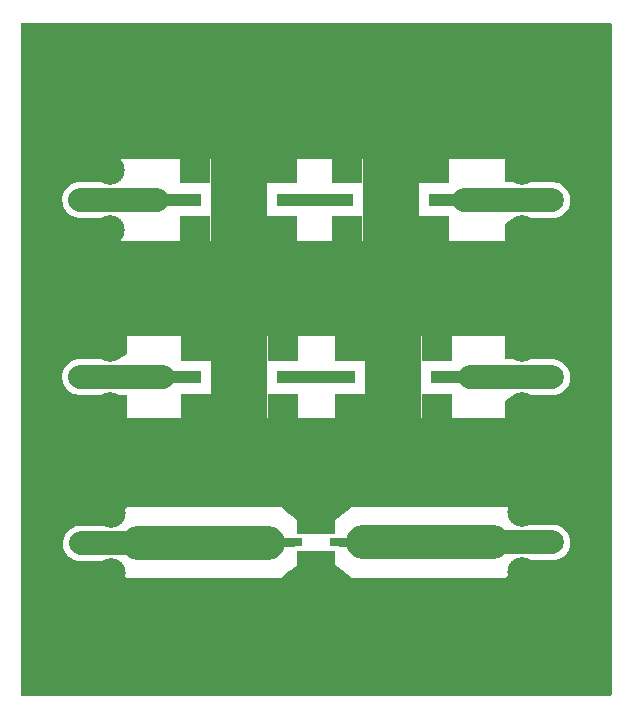
<source format=gtl>
G04 #@! TF.GenerationSoftware,KiCad,Pcbnew,7.0.1*
G04 #@! TF.CreationDate,2023-04-16T22:07:55+02:00*
G04 #@! TF.ProjectId,aliasing,616c6961-7369-46e6-972e-6b696361645f,rev?*
G04 #@! TF.SameCoordinates,Original*
G04 #@! TF.FileFunction,Copper,L1,Top*
G04 #@! TF.FilePolarity,Positive*
%FSLAX46Y46*%
G04 Gerber Fmt 4.6, Leading zero omitted, Abs format (unit mm)*
G04 Created by KiCad (PCBNEW 7.0.1) date 2023-04-16 22:07:55*
%MOMM*%
%LPD*%
G01*
G04 APERTURE LIST*
G04 #@! TA.AperFunction,SMDPad,CuDef*
%ADD10R,1.600000X0.800000*%
G04 #@! TD*
G04 #@! TA.AperFunction,ComponentPad*
%ADD11C,0.610000*%
G04 #@! TD*
G04 #@! TA.AperFunction,SMDPad,CuDef*
%ADD12R,3.250000X1.500000*%
G04 #@! TD*
G04 #@! TA.AperFunction,ComponentPad*
%ADD13C,1.998980*%
G04 #@! TD*
G04 #@! TA.AperFunction,ComponentPad*
%ADD14C,2.499360*%
G04 #@! TD*
G04 #@! TA.AperFunction,ComponentPad*
%ADD15C,1.016000*%
G04 #@! TD*
G04 #@! TA.AperFunction,SMDPad,CuDef*
%ADD16R,1.778000X1.016000*%
G04 #@! TD*
G04 #@! TA.AperFunction,SMDPad,CuDef*
%ADD17R,2.540000X3.556000*%
G04 #@! TD*
G04 #@! TA.AperFunction,SMDPad,CuDef*
%ADD18R,4.826000X9.906000*%
G04 #@! TD*
G04 #@! TA.AperFunction,SMDPad,CuDef*
%ADD19R,1.016000X1.778000*%
G04 #@! TD*
G04 #@! TA.AperFunction,ComponentPad*
%ADD20C,5.700000*%
G04 #@! TD*
G04 #@! TA.AperFunction,ViaPad*
%ADD21C,0.800000*%
G04 #@! TD*
G04 #@! TA.AperFunction,Conductor*
%ADD22C,1.000000*%
G04 #@! TD*
G04 #@! TA.AperFunction,Conductor*
%ADD23C,2.000000*%
G04 #@! TD*
G04 #@! TA.AperFunction,Conductor*
%ADD24C,2.900000*%
G04 #@! TD*
G04 #@! TA.AperFunction,Conductor*
%ADD25C,0.800000*%
G04 #@! TD*
G04 APERTURE END LIST*
D10*
X158050000Y-79000000D03*
D11*
X158800000Y-77250000D03*
X159000000Y-80500000D03*
D12*
X160000000Y-80500000D03*
D11*
X161000000Y-77300000D03*
X161100000Y-80500000D03*
D10*
X161950000Y-79000000D03*
D12*
X160000000Y-77500000D03*
D13*
X180000000Y-50000000D03*
D14*
X177460000Y-47460000D03*
X177460000Y-52540000D03*
X182540000Y-47460000D03*
X182540000Y-52540000D03*
D15*
X162055000Y-60555000D03*
X162055000Y-69445000D03*
D16*
X162436000Y-63095000D03*
D17*
X162817000Y-61825000D03*
X162817000Y-68175000D03*
D15*
X165230000Y-63730000D03*
X165230000Y-66270000D03*
D18*
X166500000Y-65000000D03*
D15*
X167770000Y-63730000D03*
X167770000Y-66270000D03*
D17*
X170183000Y-61825000D03*
X170183000Y-68175000D03*
D15*
X170945000Y-60555000D03*
X170945000Y-69445000D03*
D16*
X162436000Y-65000000D03*
X162436000Y-66905000D03*
D19*
X166500000Y-69064000D03*
D16*
X170564000Y-66905000D03*
X170564000Y-65000000D03*
X170564000Y-63095000D03*
D19*
X166500000Y-60936000D03*
D13*
X140000000Y-50000000D03*
D14*
X142540000Y-52540000D03*
X142540000Y-47460000D03*
X137460000Y-52540000D03*
X137460000Y-47460000D03*
D20*
X181500000Y-39000000D03*
D13*
X140000000Y-65000000D03*
D14*
X142540000Y-67540000D03*
X142540000Y-62460000D03*
X137460000Y-67540000D03*
X137460000Y-62460000D03*
D15*
X148991000Y-45555000D03*
X148991000Y-54445000D03*
D16*
X149372000Y-48095000D03*
D17*
X149753000Y-46825000D03*
X149753000Y-53175000D03*
D15*
X152166000Y-48730000D03*
X152166000Y-51270000D03*
D18*
X153436000Y-50000000D03*
D15*
X154706000Y-48730000D03*
X154706000Y-51270000D03*
D17*
X157119000Y-46825000D03*
X157119000Y-53175000D03*
D15*
X157881000Y-45555000D03*
X157881000Y-54445000D03*
D16*
X149372000Y-50000000D03*
X149372000Y-51905000D03*
D19*
X153436000Y-54064000D03*
D16*
X157500000Y-51905000D03*
X157500000Y-50000000D03*
X157500000Y-48095000D03*
D19*
X153436000Y-45936000D03*
D20*
X181500000Y-88000000D03*
D15*
X149055000Y-60555000D03*
X149055000Y-69445000D03*
D16*
X149436000Y-63095000D03*
D17*
X149817000Y-61825000D03*
X149817000Y-68175000D03*
D15*
X152230000Y-63730000D03*
X152230000Y-66270000D03*
D18*
X153500000Y-65000000D03*
D15*
X154770000Y-63730000D03*
X154770000Y-66270000D03*
D17*
X157183000Y-61825000D03*
X157183000Y-68175000D03*
D15*
X157945000Y-60555000D03*
X157945000Y-69445000D03*
D16*
X149436000Y-65000000D03*
X149436000Y-66905000D03*
D19*
X153500000Y-69064000D03*
D16*
X157564000Y-66905000D03*
X157564000Y-65000000D03*
X157564000Y-63095000D03*
D19*
X153500000Y-60936000D03*
D20*
X138500000Y-88000000D03*
D15*
X161872000Y-45555000D03*
X161872000Y-54445000D03*
D16*
X162253000Y-48095000D03*
D17*
X162634000Y-46825000D03*
X162634000Y-53175000D03*
D15*
X165047000Y-48730000D03*
X165047000Y-51270000D03*
D18*
X166317000Y-50000000D03*
D15*
X167587000Y-48730000D03*
X167587000Y-51270000D03*
D17*
X170000000Y-46825000D03*
X170000000Y-53175000D03*
D15*
X170762000Y-45555000D03*
X170762000Y-54445000D03*
D16*
X162253000Y-50000000D03*
X162253000Y-51905000D03*
D19*
X166317000Y-54064000D03*
D16*
X170381000Y-51905000D03*
X170381000Y-50000000D03*
X170381000Y-48095000D03*
D19*
X166317000Y-45936000D03*
D13*
X140071044Y-79080000D03*
D14*
X142611044Y-81620000D03*
X142611044Y-76540000D03*
X137531044Y-81620000D03*
X137531044Y-76540000D03*
D20*
X138500000Y-39000000D03*
D13*
X180000000Y-65000000D03*
D14*
X177460000Y-62460000D03*
X177460000Y-67540000D03*
X182540000Y-62460000D03*
X182540000Y-67540000D03*
D13*
X180000000Y-79000000D03*
D14*
X177460000Y-76460000D03*
X177460000Y-81540000D03*
X182540000Y-76460000D03*
X182540000Y-81540000D03*
D21*
X142000000Y-60500000D03*
X182500000Y-69500000D03*
X160000000Y-81500000D03*
X166000000Y-44000000D03*
X170500000Y-57500000D03*
X176500000Y-45000000D03*
X158500000Y-73000000D03*
X157000000Y-73000000D03*
X179500000Y-60500000D03*
X151500000Y-82500000D03*
X164500000Y-44000000D03*
X156500000Y-75500000D03*
X179500000Y-45000000D03*
X160500000Y-82500000D03*
X149000000Y-75500000D03*
X148000000Y-57500000D03*
X142000000Y-84000000D03*
X151000000Y-57500000D03*
X158500000Y-44000000D03*
X147500000Y-75500000D03*
X149500000Y-73000000D03*
X169000000Y-57500000D03*
X136000000Y-84000000D03*
X153500000Y-75500000D03*
X179500000Y-69500000D03*
X137500000Y-45000000D03*
X154000000Y-73000000D03*
X166000000Y-57500000D03*
X136000000Y-69500000D03*
X184000000Y-60500000D03*
X136000000Y-45000000D03*
X175500000Y-82500000D03*
X168000000Y-82500000D03*
X153000000Y-82500000D03*
X172000000Y-44000000D03*
X155500000Y-44000000D03*
X162000000Y-82500000D03*
X146500000Y-55000000D03*
X149500000Y-44000000D03*
X173000000Y-71500000D03*
X146000000Y-75500000D03*
X152500000Y-57500000D03*
X144500000Y-75500000D03*
X154000000Y-44000000D03*
X151000000Y-44000000D03*
X137500000Y-84000000D03*
X167500000Y-44000000D03*
X161500000Y-73000000D03*
X178000000Y-54500000D03*
X148000000Y-44000000D03*
X137500000Y-60500000D03*
X139000000Y-60500000D03*
X169500000Y-75500000D03*
X182500000Y-54500000D03*
X151000000Y-73000000D03*
X174000000Y-75500000D03*
X164500000Y-57500000D03*
X139000000Y-45000000D03*
X158300000Y-76400000D03*
X155500000Y-57500000D03*
X158500000Y-75500000D03*
X182500000Y-84000000D03*
X158500000Y-57500000D03*
X140500000Y-69500000D03*
X166500000Y-75500000D03*
X175000000Y-69500000D03*
X145000000Y-45000000D03*
X145000000Y-60500000D03*
X160000000Y-44000000D03*
X169000000Y-73000000D03*
X143500000Y-45000000D03*
X136000000Y-55000000D03*
X163500000Y-75500000D03*
X176500000Y-69500000D03*
X176500000Y-84000000D03*
X182500000Y-60500000D03*
X181000000Y-60500000D03*
X158500000Y-81500000D03*
X156000000Y-82500000D03*
X160000000Y-76500000D03*
X140500000Y-60500000D03*
X171000000Y-75500000D03*
X140500000Y-55000000D03*
X147500000Y-71500000D03*
X175000000Y-54500000D03*
X179500000Y-84000000D03*
X167500000Y-73000000D03*
X179500000Y-54500000D03*
X146500000Y-45000000D03*
X172000000Y-57500000D03*
X152500000Y-44000000D03*
X146500000Y-69500000D03*
X173500000Y-45000000D03*
X155000000Y-75500000D03*
X164500000Y-73000000D03*
X137500000Y-55000000D03*
X160000000Y-57500000D03*
X142000000Y-55000000D03*
X170500000Y-44000000D03*
X145000000Y-55000000D03*
X181000000Y-45000000D03*
X148000000Y-73000000D03*
X184000000Y-54500000D03*
X176500000Y-54500000D03*
X163500000Y-82500000D03*
X143500000Y-55000000D03*
X160000000Y-73000000D03*
X157500000Y-82500000D03*
X140500000Y-84000000D03*
X142000000Y-45000000D03*
X166000000Y-73000000D03*
X142000000Y-69500000D03*
X178000000Y-84000000D03*
X161600000Y-76400000D03*
X154000000Y-57500000D03*
X178000000Y-69500000D03*
X139000000Y-69500000D03*
X145500000Y-82500000D03*
X167500000Y-57500000D03*
X163000000Y-57500000D03*
X140500000Y-45000000D03*
X182500000Y-45000000D03*
X159000000Y-82500000D03*
X163000000Y-73000000D03*
X163000000Y-44000000D03*
X147500000Y-59000000D03*
X152000000Y-75500000D03*
X157000000Y-44000000D03*
X155500000Y-73000000D03*
X173500000Y-69500000D03*
X143500000Y-69500000D03*
X173000000Y-56000000D03*
X161500000Y-57500000D03*
X161500000Y-44000000D03*
X136000000Y-60500000D03*
X161500000Y-75500000D03*
X184000000Y-45000000D03*
X169000000Y-44000000D03*
X175000000Y-45000000D03*
X172500000Y-75500000D03*
X160000000Y-75500000D03*
X147500000Y-56000000D03*
X181000000Y-69500000D03*
X181000000Y-54500000D03*
X171000000Y-82500000D03*
X184000000Y-69500000D03*
X148500000Y-82500000D03*
X139000000Y-55000000D03*
X173500000Y-54500000D03*
X157000000Y-57500000D03*
X169500000Y-82500000D03*
X165000000Y-82500000D03*
X184000000Y-84000000D03*
X174000000Y-82500000D03*
X170500000Y-73000000D03*
X143500000Y-60500000D03*
X172000000Y-73000000D03*
X166500000Y-82500000D03*
X137500000Y-69500000D03*
X173500000Y-60500000D03*
X172500000Y-82500000D03*
X178000000Y-60500000D03*
X176500000Y-60500000D03*
X175000000Y-60500000D03*
X149500000Y-57500000D03*
X168000000Y-75500000D03*
X145000000Y-69500000D03*
X150000000Y-82500000D03*
X175500000Y-75500000D03*
X150500000Y-75500000D03*
X146500000Y-60500000D03*
X152500000Y-73000000D03*
X173000000Y-59000000D03*
X161500000Y-81500000D03*
X144500000Y-82500000D03*
X154500000Y-82500000D03*
X181000000Y-84000000D03*
X165000000Y-75500000D03*
X178000000Y-45000000D03*
X147000000Y-82500000D03*
X139000000Y-84000000D03*
D22*
X170564000Y-65000000D02*
X173000000Y-65000000D01*
D23*
X180000000Y-65000000D02*
X173000000Y-65000000D01*
D22*
X170381000Y-50000000D02*
X172500000Y-50000000D01*
D23*
X172500000Y-50000000D02*
X180000000Y-50000000D01*
D24*
X144920000Y-79080000D02*
X155920000Y-79080000D01*
D25*
X154625000Y-79000000D02*
X158000000Y-79000000D01*
D23*
X140071044Y-79080000D02*
X144920000Y-79080000D01*
X175000000Y-79000000D02*
X180000000Y-79000000D01*
D24*
X164000000Y-79000000D02*
X175000000Y-79000000D01*
D25*
X162000000Y-79000000D02*
X165375000Y-79000000D01*
D22*
X149372000Y-50000000D02*
X146500000Y-50000000D01*
D23*
X140000000Y-50000000D02*
X146500000Y-50000000D01*
X140000000Y-65000000D02*
X147000000Y-65000000D01*
D22*
X149436000Y-65000000D02*
X147000000Y-65000000D01*
X157500000Y-50000000D02*
X162253000Y-50000000D01*
X162436000Y-65000000D02*
X157564000Y-65000000D01*
G04 #@! TA.AperFunction,Conductor*
G36*
X184936500Y-35017381D02*
G01*
X184982619Y-35063500D01*
X184999500Y-35126500D01*
X184999500Y-38127328D01*
X184985351Y-38185340D01*
X184946081Y-38230323D01*
X184890510Y-38252175D01*
X184831119Y-38245987D01*
X184781246Y-38213149D01*
X184752093Y-38161037D01*
X184686894Y-37926214D01*
X184552113Y-37587942D01*
X184381552Y-37266228D01*
X184177204Y-36964836D01*
X184047302Y-36811905D01*
X181859210Y-38999999D01*
X181859210Y-39000001D01*
X184047302Y-41188093D01*
X184047303Y-41188093D01*
X184177204Y-41035163D01*
X184381552Y-40733771D01*
X184552113Y-40412057D01*
X184686894Y-40073785D01*
X184752093Y-39838963D01*
X184781246Y-39786851D01*
X184831119Y-39754013D01*
X184890510Y-39747825D01*
X184946081Y-39769677D01*
X184985351Y-39814660D01*
X184999500Y-39872672D01*
X184999500Y-87127328D01*
X184985351Y-87185340D01*
X184946081Y-87230323D01*
X184890510Y-87252175D01*
X184831119Y-87245987D01*
X184781246Y-87213149D01*
X184752093Y-87161037D01*
X184686894Y-86926214D01*
X184552113Y-86587942D01*
X184381552Y-86266228D01*
X184177204Y-85964836D01*
X184047302Y-85811905D01*
X181859210Y-87999999D01*
X181859210Y-88000001D01*
X184047302Y-90188093D01*
X184047303Y-90188093D01*
X184177204Y-90035163D01*
X184381552Y-89733771D01*
X184552113Y-89412057D01*
X184686894Y-89073785D01*
X184752093Y-88838963D01*
X184781246Y-88786851D01*
X184831119Y-88754013D01*
X184890510Y-88747825D01*
X184946081Y-88769677D01*
X184985351Y-88814660D01*
X184999500Y-88872672D01*
X184999500Y-91873500D01*
X184982619Y-91936500D01*
X184936500Y-91982619D01*
X184873500Y-91999500D01*
X135126500Y-91999500D01*
X135063500Y-91982619D01*
X135017381Y-91936500D01*
X135000500Y-91873500D01*
X135000500Y-90550073D01*
X136309134Y-90550073D01*
X136322885Y-90563099D01*
X136612767Y-90783462D01*
X136924778Y-90971193D01*
X137255249Y-91124085D01*
X137600319Y-91240353D01*
X137955939Y-91318630D01*
X138317931Y-91358000D01*
X138682069Y-91358000D01*
X139044060Y-91318630D01*
X139399680Y-91240353D01*
X139744750Y-91124085D01*
X140075221Y-90971193D01*
X140387232Y-90783462D01*
X140677115Y-90563098D01*
X140690865Y-90550074D01*
X140690864Y-90550073D01*
X179309134Y-90550073D01*
X179322885Y-90563099D01*
X179612767Y-90783462D01*
X179924778Y-90971193D01*
X180255249Y-91124085D01*
X180600319Y-91240353D01*
X180955939Y-91318630D01*
X181317931Y-91358000D01*
X181682069Y-91358000D01*
X182044060Y-91318630D01*
X182399680Y-91240353D01*
X182744750Y-91124085D01*
X183075221Y-90971193D01*
X183387232Y-90783462D01*
X183677115Y-90563098D01*
X183690865Y-90550074D01*
X181500001Y-88359210D01*
X181499999Y-88359210D01*
X179309134Y-90550073D01*
X140690864Y-90550073D01*
X138500001Y-88359210D01*
X138499999Y-88359210D01*
X136309134Y-90550073D01*
X135000500Y-90550073D01*
X135000500Y-88872672D01*
X135014649Y-88814660D01*
X135053919Y-88769677D01*
X135109490Y-88747825D01*
X135168881Y-88754013D01*
X135218754Y-88786851D01*
X135247907Y-88838963D01*
X135313105Y-89073785D01*
X135447886Y-89412057D01*
X135618447Y-89733771D01*
X135822795Y-90035163D01*
X135952695Y-90188093D01*
X138140790Y-88000001D01*
X138859210Y-88000001D01*
X141047302Y-90188093D01*
X141047303Y-90188093D01*
X141177204Y-90035163D01*
X141381552Y-89733771D01*
X141552113Y-89412057D01*
X141686894Y-89073785D01*
X141784309Y-88722930D01*
X141843217Y-88363597D01*
X141862932Y-88000000D01*
X178137067Y-88000000D01*
X178156782Y-88363597D01*
X178215690Y-88722930D01*
X178313105Y-89073785D01*
X178447886Y-89412057D01*
X178618447Y-89733771D01*
X178822795Y-90035163D01*
X178952695Y-90188093D01*
X181140790Y-88000001D01*
X181140790Y-87999999D01*
X178952696Y-85811905D01*
X178822795Y-85964837D01*
X178618447Y-86266228D01*
X178447886Y-86587942D01*
X178313105Y-86926214D01*
X178215690Y-87277069D01*
X178156782Y-87636402D01*
X178137067Y-88000000D01*
X141862932Y-88000000D01*
X141843217Y-87636402D01*
X141784309Y-87277069D01*
X141686894Y-86926214D01*
X141552113Y-86587942D01*
X141381552Y-86266228D01*
X141177204Y-85964836D01*
X141047302Y-85811905D01*
X138859210Y-87999999D01*
X138859210Y-88000001D01*
X138140790Y-88000001D01*
X138140790Y-87999999D01*
X135952696Y-85811905D01*
X135822795Y-85964837D01*
X135618447Y-86266228D01*
X135447886Y-86587942D01*
X135313105Y-86926214D01*
X135247907Y-87161037D01*
X135218754Y-87213149D01*
X135168881Y-87245987D01*
X135109490Y-87252175D01*
X135053919Y-87230323D01*
X135014649Y-87185340D01*
X135000500Y-87127328D01*
X135000500Y-85449924D01*
X136309133Y-85449924D01*
X138499999Y-87640790D01*
X138500001Y-87640790D01*
X140690865Y-85449924D01*
X179309133Y-85449924D01*
X181499999Y-87640790D01*
X181500001Y-87640790D01*
X183690865Y-85449924D01*
X183690864Y-85449923D01*
X183677119Y-85436903D01*
X183387232Y-85216537D01*
X183075221Y-85028806D01*
X182744750Y-84875914D01*
X182399680Y-84759646D01*
X182044060Y-84681369D01*
X181682069Y-84642000D01*
X181317931Y-84642000D01*
X180955939Y-84681369D01*
X180600319Y-84759646D01*
X180255249Y-84875914D01*
X179924778Y-85028806D01*
X179612767Y-85216537D01*
X179322881Y-85436903D01*
X179309133Y-85449923D01*
X179309133Y-85449924D01*
X140690865Y-85449924D01*
X140690864Y-85449923D01*
X140677119Y-85436903D01*
X140387232Y-85216537D01*
X140075221Y-85028806D01*
X139744750Y-84875914D01*
X139399680Y-84759646D01*
X139044060Y-84681369D01*
X138682069Y-84642000D01*
X138317931Y-84642000D01*
X137955939Y-84681369D01*
X137600319Y-84759646D01*
X137255249Y-84875914D01*
X136924778Y-85028806D01*
X136612767Y-85216537D01*
X136322881Y-85436903D01*
X136309133Y-85449923D01*
X136309133Y-85449924D01*
X135000500Y-85449924D01*
X135000500Y-83030541D01*
X136479712Y-83030541D01*
X136649739Y-83146463D01*
X136887090Y-83260766D01*
X137138824Y-83338415D01*
X137399326Y-83377680D01*
X137662762Y-83377680D01*
X137923263Y-83338415D01*
X138174997Y-83260766D01*
X138412346Y-83146465D01*
X138582374Y-83030541D01*
X141559712Y-83030541D01*
X141729739Y-83146463D01*
X141967090Y-83260766D01*
X142218824Y-83338415D01*
X142479326Y-83377680D01*
X142742762Y-83377680D01*
X143003263Y-83338415D01*
X143254997Y-83260766D01*
X143492346Y-83146465D01*
X143662375Y-83030540D01*
X143582376Y-82950541D01*
X176408668Y-82950541D01*
X176578695Y-83066463D01*
X176816046Y-83180766D01*
X177067780Y-83258415D01*
X177328282Y-83297680D01*
X177591718Y-83297680D01*
X177852219Y-83258415D01*
X178103953Y-83180766D01*
X178341302Y-83066465D01*
X178511330Y-82950541D01*
X181488668Y-82950541D01*
X181658695Y-83066463D01*
X181896046Y-83180766D01*
X182147780Y-83258415D01*
X182408282Y-83297680D01*
X182671718Y-83297680D01*
X182932219Y-83258415D01*
X183183953Y-83180766D01*
X183421302Y-83066465D01*
X183591331Y-82950540D01*
X182540001Y-81899210D01*
X182539999Y-81899210D01*
X181488668Y-82950539D01*
X181488668Y-82950541D01*
X178511330Y-82950541D01*
X178511331Y-82950540D01*
X177460001Y-81899210D01*
X177459999Y-81899210D01*
X176408668Y-82950539D01*
X176408668Y-82950541D01*
X143582376Y-82950541D01*
X142611045Y-81979210D01*
X142611043Y-81979210D01*
X141559712Y-83030539D01*
X141559712Y-83030541D01*
X138582374Y-83030541D01*
X138582375Y-83030540D01*
X137531045Y-81979210D01*
X137531043Y-81979210D01*
X136479712Y-83030539D01*
X136479712Y-83030541D01*
X135000500Y-83030541D01*
X135000500Y-81620000D01*
X135768435Y-81620000D01*
X135788122Y-81882704D01*
X135846743Y-82139539D01*
X135942988Y-82384768D01*
X136074708Y-82612913D01*
X136120942Y-82670889D01*
X136120944Y-82670889D01*
X137171834Y-81620001D01*
X137890254Y-81620001D01*
X138941143Y-82670890D01*
X138941144Y-82670890D01*
X138987381Y-82612911D01*
X139119099Y-82384768D01*
X139215344Y-82139539D01*
X139273965Y-81882704D01*
X139293652Y-81620000D01*
X139273965Y-81357295D01*
X139215344Y-81100460D01*
X139119099Y-80855231D01*
X138987379Y-80627086D01*
X138941144Y-80569109D01*
X138941142Y-80569109D01*
X137890254Y-81619999D01*
X137890254Y-81620001D01*
X137171834Y-81620001D01*
X137171834Y-81619999D01*
X136120944Y-80569109D01*
X136120942Y-80569109D01*
X136074708Y-80627086D01*
X135942988Y-80855231D01*
X135846743Y-81100460D01*
X135788122Y-81357295D01*
X135768435Y-81620000D01*
X135000500Y-81620000D01*
X135000500Y-80209459D01*
X136479712Y-80209459D01*
X137531043Y-81260790D01*
X137531045Y-81260790D01*
X138582374Y-80209459D01*
X138582374Y-80209457D01*
X138412349Y-80093536D01*
X138174997Y-79979233D01*
X137923263Y-79901584D01*
X137662762Y-79862320D01*
X137399326Y-79862320D01*
X137138824Y-79901584D01*
X136887091Y-79979233D01*
X136649740Y-80093536D01*
X136479712Y-80209457D01*
X136479712Y-80209459D01*
X135000500Y-80209459D01*
X135000500Y-79140939D01*
X138558863Y-79140939D01*
X138588221Y-79382720D01*
X138655983Y-79616662D01*
X138724297Y-79760631D01*
X138760394Y-79836705D01*
X138898752Y-80037150D01*
X139064256Y-80209457D01*
X139067469Y-80212802D01*
X139262179Y-80359117D01*
X139477839Y-80472304D01*
X139636824Y-80525381D01*
X139708865Y-80549432D01*
X139949263Y-80588500D01*
X139949265Y-80588500D01*
X140958748Y-80588500D01*
X141021748Y-80605381D01*
X141067867Y-80651500D01*
X141084748Y-80714500D01*
X141067867Y-80777500D01*
X141022988Y-80855231D01*
X140926743Y-81100460D01*
X140868122Y-81357295D01*
X140848435Y-81620000D01*
X140868122Y-81882704D01*
X140926743Y-82139539D01*
X141022988Y-82384768D01*
X141154708Y-82612913D01*
X141200942Y-82670889D01*
X141200944Y-82670889D01*
X142521948Y-81349885D01*
X142578432Y-81317273D01*
X142643654Y-81317273D01*
X142700138Y-81349885D01*
X144021143Y-82670890D01*
X144021144Y-82670890D01*
X144067381Y-82612911D01*
X144199099Y-82384768D01*
X144295344Y-82139539D01*
X144304835Y-82097961D01*
X144329166Y-82047440D01*
X144373007Y-82012478D01*
X144427676Y-82000000D01*
X157000000Y-82000000D01*
X157720941Y-81423246D01*
X157774297Y-81398214D01*
X157833201Y-81400186D01*
X157884765Y-81428731D01*
X157917706Y-81477604D01*
X157924552Y-81495960D01*
X158012095Y-81612904D01*
X158129037Y-81700445D01*
X158265906Y-81751494D01*
X158326411Y-81758000D01*
X159746000Y-81758000D01*
X159746000Y-80372000D01*
X159762881Y-80309000D01*
X159809000Y-80262881D01*
X159872000Y-80246000D01*
X160128000Y-80246000D01*
X160191000Y-80262881D01*
X160237119Y-80309000D01*
X160254000Y-80372000D01*
X160254000Y-81758000D01*
X161673589Y-81758000D01*
X161734093Y-81751494D01*
X161870962Y-81700445D01*
X161987904Y-81612904D01*
X162075444Y-81495964D01*
X162082291Y-81477607D01*
X162115232Y-81428733D01*
X162166796Y-81400186D01*
X162225701Y-81398214D01*
X162279056Y-81423245D01*
X163000000Y-82000000D01*
X163000002Y-82000000D01*
X175666427Y-82000000D01*
X175715370Y-82009894D01*
X175756626Y-82038022D01*
X175783717Y-82079967D01*
X175871944Y-82304768D01*
X176003664Y-82532913D01*
X176049898Y-82590889D01*
X176049900Y-82590889D01*
X177370904Y-81269885D01*
X177427388Y-81237273D01*
X177492610Y-81237273D01*
X177549094Y-81269885D01*
X178870099Y-82590890D01*
X178870100Y-82590890D01*
X178916337Y-82532911D01*
X179048055Y-82304768D01*
X179144300Y-82059539D01*
X179202921Y-81802704D01*
X179222608Y-81539999D01*
X180777391Y-81539999D01*
X180797078Y-81802704D01*
X180855699Y-82059539D01*
X180951944Y-82304768D01*
X181083664Y-82532913D01*
X181129898Y-82590889D01*
X181129900Y-82590889D01*
X182180790Y-81540001D01*
X182899210Y-81540001D01*
X183950099Y-82590890D01*
X183950100Y-82590890D01*
X183996337Y-82532911D01*
X184128055Y-82304768D01*
X184224300Y-82059539D01*
X184282921Y-81802704D01*
X184302608Y-81539999D01*
X184282921Y-81277295D01*
X184224300Y-81020460D01*
X184128055Y-80775231D01*
X183996335Y-80547086D01*
X183950100Y-80489109D01*
X183950098Y-80489109D01*
X182899210Y-81539999D01*
X182899210Y-81540001D01*
X182180790Y-81540001D01*
X182180790Y-81539999D01*
X181129900Y-80489109D01*
X181129898Y-80489109D01*
X181083664Y-80547086D01*
X180951944Y-80775231D01*
X180855699Y-81020460D01*
X180797078Y-81277295D01*
X180777391Y-81539999D01*
X179222608Y-81539999D01*
X179202921Y-81277295D01*
X179144300Y-81020460D01*
X179048055Y-80775231D01*
X179003177Y-80697500D01*
X178986296Y-80634500D01*
X179003177Y-80571500D01*
X179049296Y-80525381D01*
X179112296Y-80508500D01*
X180060802Y-80508500D01*
X180143511Y-80501822D01*
X180242768Y-80493810D01*
X180479248Y-80435523D01*
X180703316Y-80340056D01*
X180909168Y-80209883D01*
X180999949Y-80129459D01*
X181488668Y-80129459D01*
X182539999Y-81180790D01*
X182540001Y-81180790D01*
X183591330Y-80129459D01*
X183591330Y-80129457D01*
X183421305Y-80013536D01*
X183183953Y-79899233D01*
X182932219Y-79821584D01*
X182671718Y-79782320D01*
X182408282Y-79782320D01*
X182147780Y-79821584D01*
X181896047Y-79899233D01*
X181658696Y-80013536D01*
X181488668Y-80129457D01*
X181488668Y-80129459D01*
X180999949Y-80129459D01*
X181091474Y-80048375D01*
X181245510Y-79859714D01*
X181367289Y-79648787D01*
X181453656Y-79421057D01*
X181502374Y-79182421D01*
X181512181Y-78939061D01*
X181482823Y-78697280D01*
X181415061Y-78463338D01*
X181310650Y-78243296D01*
X181294767Y-78220286D01*
X181172291Y-78042849D01*
X181006786Y-77870541D01*
X181488668Y-77870541D01*
X181658695Y-77986463D01*
X181896046Y-78100766D01*
X182147780Y-78178415D01*
X182408282Y-78217680D01*
X182671718Y-78217680D01*
X182932219Y-78178415D01*
X183183953Y-78100766D01*
X183421302Y-77986465D01*
X183591331Y-77870540D01*
X182540001Y-76819210D01*
X182539999Y-76819210D01*
X181488668Y-77870539D01*
X181488668Y-77870541D01*
X181006786Y-77870541D01*
X181003579Y-77867202D01*
X181003578Y-77867201D01*
X181003575Y-77867198D01*
X180808865Y-77720883D01*
X180808861Y-77720881D01*
X180808860Y-77720880D01*
X180593208Y-77607697D01*
X180362178Y-77530567D01*
X180121781Y-77491500D01*
X180121779Y-77491500D01*
X179112296Y-77491500D01*
X179049296Y-77474619D01*
X179003177Y-77428500D01*
X178986296Y-77365500D01*
X179003177Y-77302500D01*
X179048055Y-77224768D01*
X179144300Y-76979539D01*
X179202921Y-76722704D01*
X179222608Y-76459999D01*
X180777391Y-76459999D01*
X180797078Y-76722704D01*
X180855699Y-76979539D01*
X180951944Y-77224768D01*
X181083664Y-77452913D01*
X181129898Y-77510889D01*
X181129900Y-77510889D01*
X182180790Y-76460001D01*
X182899210Y-76460001D01*
X183950099Y-77510890D01*
X183950100Y-77510890D01*
X183996337Y-77452911D01*
X184128055Y-77224768D01*
X184224300Y-76979539D01*
X184282921Y-76722704D01*
X184302608Y-76459999D01*
X184282921Y-76197295D01*
X184224300Y-75940460D01*
X184128055Y-75695231D01*
X183996335Y-75467086D01*
X183950100Y-75409109D01*
X183950098Y-75409109D01*
X182899210Y-76459999D01*
X182899210Y-76460001D01*
X182180790Y-76460001D01*
X182180790Y-76459999D01*
X181129900Y-75409109D01*
X181129898Y-75409109D01*
X181083664Y-75467086D01*
X180951944Y-75695231D01*
X180855699Y-75940460D01*
X180797078Y-76197295D01*
X180777391Y-76459999D01*
X179222608Y-76459999D01*
X179202921Y-76197295D01*
X179144300Y-75940460D01*
X179048055Y-75695231D01*
X178916335Y-75467086D01*
X178870100Y-75409109D01*
X178870098Y-75409109D01*
X177549094Y-76730114D01*
X177492610Y-76762726D01*
X177427388Y-76762726D01*
X177370904Y-76730114D01*
X176049900Y-75409109D01*
X176049898Y-75409109D01*
X176003664Y-75467086D01*
X175871944Y-75695231D01*
X175783717Y-75920033D01*
X175756626Y-75961978D01*
X175715370Y-75990106D01*
X175666427Y-76000000D01*
X163000000Y-76000000D01*
X162778172Y-76177461D01*
X162279059Y-76576751D01*
X162225702Y-76601784D01*
X162166797Y-76599812D01*
X162115233Y-76571267D01*
X162082292Y-76522393D01*
X162075445Y-76504037D01*
X161987904Y-76387095D01*
X161870962Y-76299554D01*
X161734093Y-76248505D01*
X161673589Y-76242000D01*
X160254000Y-76242000D01*
X160254000Y-77628000D01*
X160237119Y-77691000D01*
X160191000Y-77737119D01*
X160128000Y-77754000D01*
X159872000Y-77754000D01*
X159809000Y-77737119D01*
X159762881Y-77691000D01*
X159746000Y-77628000D01*
X159746000Y-76242000D01*
X158326411Y-76242000D01*
X158265906Y-76248505D01*
X158129037Y-76299554D01*
X158012095Y-76387095D01*
X157924553Y-76504038D01*
X157917706Y-76522396D01*
X157884765Y-76571269D01*
X157833201Y-76599813D01*
X157774296Y-76601785D01*
X157720941Y-76576753D01*
X157000000Y-76000000D01*
X144373219Y-76000000D01*
X144324276Y-75990106D01*
X144283020Y-75961978D01*
X144255929Y-75920033D01*
X144199099Y-75775231D01*
X144067379Y-75547086D01*
X144021144Y-75489109D01*
X144021142Y-75489109D01*
X142700138Y-76810114D01*
X142643654Y-76842726D01*
X142578432Y-76842726D01*
X142521948Y-76810114D01*
X141200944Y-75489109D01*
X141200942Y-75489109D01*
X141154708Y-75547086D01*
X141022988Y-75775231D01*
X140926743Y-76020460D01*
X140868122Y-76277295D01*
X140848435Y-76540000D01*
X140868122Y-76802704D01*
X140926743Y-77059539D01*
X141022988Y-77304768D01*
X141067867Y-77382500D01*
X141084748Y-77445500D01*
X141067867Y-77508500D01*
X141021748Y-77554619D01*
X140958748Y-77571500D01*
X140010242Y-77571500D01*
X139828281Y-77586189D01*
X139828277Y-77586189D01*
X139828276Y-77586190D01*
X139741023Y-77607696D01*
X139591792Y-77644478D01*
X139367727Y-77739944D01*
X139161874Y-77870117D01*
X138979571Y-78031623D01*
X138825534Y-78220285D01*
X138703756Y-78431210D01*
X138617388Y-78658942D01*
X138609561Y-78697280D01*
X138568670Y-78897579D01*
X138558863Y-79140939D01*
X135000500Y-79140939D01*
X135000500Y-77950541D01*
X136479712Y-77950541D01*
X136649739Y-78066463D01*
X136887090Y-78180766D01*
X137138824Y-78258415D01*
X137399326Y-78297680D01*
X137662762Y-78297680D01*
X137923263Y-78258415D01*
X138174997Y-78180766D01*
X138412346Y-78066465D01*
X138582375Y-77950540D01*
X137531045Y-76899210D01*
X137531043Y-76899210D01*
X136479712Y-77950539D01*
X136479712Y-77950541D01*
X135000500Y-77950541D01*
X135000500Y-76540000D01*
X135768435Y-76540000D01*
X135788122Y-76802704D01*
X135846743Y-77059539D01*
X135942988Y-77304768D01*
X136074708Y-77532913D01*
X136120942Y-77590889D01*
X136120944Y-77590889D01*
X137171834Y-76540001D01*
X137890254Y-76540001D01*
X138941143Y-77590890D01*
X138941144Y-77590890D01*
X138987381Y-77532911D01*
X139119099Y-77304768D01*
X139215344Y-77059539D01*
X139273965Y-76802704D01*
X139293652Y-76540000D01*
X139273965Y-76277295D01*
X139215344Y-76020460D01*
X139119099Y-75775231D01*
X138987379Y-75547086D01*
X138941144Y-75489109D01*
X138941142Y-75489109D01*
X137890254Y-76539999D01*
X137890254Y-76540001D01*
X137171834Y-76540001D01*
X137171834Y-76539999D01*
X136120944Y-75489109D01*
X136120942Y-75489109D01*
X136074708Y-75547086D01*
X135942988Y-75775231D01*
X135846743Y-76020460D01*
X135788122Y-76277295D01*
X135768435Y-76540000D01*
X135000500Y-76540000D01*
X135000500Y-75129459D01*
X136479712Y-75129459D01*
X137531043Y-76180790D01*
X137531045Y-76180790D01*
X138582374Y-75129459D01*
X141559712Y-75129459D01*
X142611043Y-76180790D01*
X142611045Y-76180790D01*
X143662374Y-75129459D01*
X143662374Y-75129457D01*
X143545038Y-75049459D01*
X176408668Y-75049459D01*
X177459999Y-76100790D01*
X177460001Y-76100790D01*
X178511330Y-75049459D01*
X181488668Y-75049459D01*
X182539999Y-76100790D01*
X182540001Y-76100790D01*
X183591330Y-75049459D01*
X183591330Y-75049457D01*
X183421305Y-74933536D01*
X183183953Y-74819233D01*
X182932219Y-74741584D01*
X182671718Y-74702320D01*
X182408282Y-74702320D01*
X182147780Y-74741584D01*
X181896047Y-74819233D01*
X181658696Y-74933536D01*
X181488668Y-75049457D01*
X181488668Y-75049459D01*
X178511330Y-75049459D01*
X178511330Y-75049457D01*
X178341305Y-74933536D01*
X178103953Y-74819233D01*
X177852219Y-74741584D01*
X177591718Y-74702320D01*
X177328282Y-74702320D01*
X177067780Y-74741584D01*
X176816047Y-74819233D01*
X176578696Y-74933536D01*
X176408668Y-75049457D01*
X176408668Y-75049459D01*
X143545038Y-75049459D01*
X143492349Y-75013536D01*
X143254997Y-74899233D01*
X143003263Y-74821584D01*
X142742762Y-74782320D01*
X142479326Y-74782320D01*
X142218824Y-74821584D01*
X141967091Y-74899233D01*
X141729740Y-75013536D01*
X141559712Y-75129457D01*
X141559712Y-75129459D01*
X138582374Y-75129459D01*
X138582374Y-75129457D01*
X138412349Y-75013536D01*
X138174997Y-74899233D01*
X137923263Y-74821584D01*
X137662762Y-74782320D01*
X137399326Y-74782320D01*
X137138824Y-74821584D01*
X136887091Y-74899233D01*
X136649740Y-75013536D01*
X136479712Y-75129457D01*
X136479712Y-75129459D01*
X135000500Y-75129459D01*
X135000500Y-68950541D01*
X136408668Y-68950541D01*
X136578695Y-69066463D01*
X136816046Y-69180766D01*
X137067780Y-69258415D01*
X137328282Y-69297680D01*
X137591718Y-69297680D01*
X137852219Y-69258415D01*
X138103953Y-69180766D01*
X138341302Y-69066465D01*
X138511330Y-68950541D01*
X141488668Y-68950541D01*
X141658695Y-69066463D01*
X141896046Y-69180766D01*
X142147780Y-69258415D01*
X142408282Y-69297680D01*
X142671718Y-69297680D01*
X142932219Y-69258415D01*
X143183953Y-69180766D01*
X143421302Y-69066465D01*
X143591330Y-68950541D01*
X176408668Y-68950541D01*
X176578695Y-69066463D01*
X176816046Y-69180766D01*
X177067780Y-69258415D01*
X177328282Y-69297680D01*
X177591718Y-69297680D01*
X177852219Y-69258415D01*
X178103953Y-69180766D01*
X178341302Y-69066465D01*
X178511330Y-68950541D01*
X181488668Y-68950541D01*
X181658695Y-69066463D01*
X181896046Y-69180766D01*
X182147780Y-69258415D01*
X182408282Y-69297680D01*
X182671718Y-69297680D01*
X182932219Y-69258415D01*
X183183953Y-69180766D01*
X183421302Y-69066465D01*
X183591331Y-68950540D01*
X182540001Y-67899210D01*
X182539999Y-67899210D01*
X181488668Y-68950539D01*
X181488668Y-68950541D01*
X178511330Y-68950541D01*
X178511331Y-68950540D01*
X177460001Y-67899210D01*
X177459999Y-67899210D01*
X176408668Y-68950539D01*
X176408668Y-68950541D01*
X143591330Y-68950541D01*
X143591331Y-68950540D01*
X142540001Y-67899210D01*
X142539999Y-67899210D01*
X141488668Y-68950539D01*
X141488668Y-68950541D01*
X138511330Y-68950541D01*
X138511331Y-68950540D01*
X137460001Y-67899210D01*
X137459999Y-67899210D01*
X136408668Y-68950539D01*
X136408668Y-68950541D01*
X135000500Y-68950541D01*
X135000500Y-67540000D01*
X135697391Y-67540000D01*
X135717078Y-67802704D01*
X135775699Y-68059539D01*
X135871944Y-68304768D01*
X136003664Y-68532913D01*
X136049898Y-68590889D01*
X136049900Y-68590889D01*
X137100790Y-67540001D01*
X137819210Y-67540001D01*
X138870099Y-68590890D01*
X138870100Y-68590890D01*
X138916337Y-68532911D01*
X139048055Y-68304768D01*
X139144300Y-68059539D01*
X139202921Y-67802704D01*
X139222608Y-67539999D01*
X139202921Y-67277295D01*
X139144300Y-67020460D01*
X139048055Y-66775231D01*
X138916335Y-66547086D01*
X138870100Y-66489109D01*
X138870098Y-66489109D01*
X137819210Y-67539999D01*
X137819210Y-67540001D01*
X137100790Y-67540001D01*
X137100790Y-67539999D01*
X136049900Y-66489109D01*
X136049898Y-66489109D01*
X136003664Y-66547086D01*
X135871944Y-66775231D01*
X135775699Y-67020460D01*
X135717078Y-67277295D01*
X135697391Y-67540000D01*
X135000500Y-67540000D01*
X135000500Y-66129459D01*
X136408668Y-66129459D01*
X137459999Y-67180790D01*
X137460001Y-67180790D01*
X138511330Y-66129459D01*
X138511330Y-66129457D01*
X138341305Y-66013536D01*
X138103953Y-65899233D01*
X137852219Y-65821584D01*
X137591718Y-65782320D01*
X137328282Y-65782320D01*
X137067780Y-65821584D01*
X136816047Y-65899233D01*
X136578696Y-66013536D01*
X136408668Y-66129457D01*
X136408668Y-66129459D01*
X135000500Y-66129459D01*
X135000500Y-65060939D01*
X138487819Y-65060939D01*
X138517177Y-65302720D01*
X138584939Y-65536662D01*
X138638143Y-65648787D01*
X138689350Y-65756705D01*
X138827708Y-65957150D01*
X138993212Y-66129457D01*
X138996425Y-66132802D01*
X139191135Y-66279117D01*
X139406795Y-66392304D01*
X139637818Y-66469431D01*
X139637821Y-66469432D01*
X139878219Y-66508500D01*
X139878221Y-66508500D01*
X140887704Y-66508500D01*
X140950704Y-66525381D01*
X140996823Y-66571500D01*
X141013704Y-66634500D01*
X140996823Y-66697500D01*
X140951944Y-66775231D01*
X140855699Y-67020460D01*
X140797078Y-67277295D01*
X140777391Y-67539999D01*
X140797078Y-67802704D01*
X140855699Y-68059539D01*
X140951944Y-68304768D01*
X141083664Y-68532913D01*
X141129898Y-68590889D01*
X141129900Y-68590889D01*
X142450904Y-67269885D01*
X142507388Y-67237273D01*
X142572610Y-67237273D01*
X142629094Y-67269885D01*
X143950099Y-68590890D01*
X143984750Y-68547440D01*
X144028592Y-68512478D01*
X144083261Y-68500000D01*
X175916739Y-68500000D01*
X175971409Y-68512478D01*
X176015250Y-68547441D01*
X176049898Y-68590889D01*
X176049900Y-68590889D01*
X177370904Y-67269885D01*
X177427388Y-67237273D01*
X177492610Y-67237273D01*
X177549094Y-67269885D01*
X178870099Y-68590890D01*
X178870100Y-68590890D01*
X178916337Y-68532911D01*
X179048055Y-68304768D01*
X179144300Y-68059539D01*
X179202921Y-67802704D01*
X179222608Y-67539999D01*
X180777391Y-67539999D01*
X180797078Y-67802704D01*
X180855699Y-68059539D01*
X180951944Y-68304768D01*
X181083664Y-68532913D01*
X181129898Y-68590889D01*
X181129900Y-68590889D01*
X182180790Y-67540001D01*
X182899210Y-67540001D01*
X183950099Y-68590890D01*
X183950100Y-68590890D01*
X183996337Y-68532911D01*
X184128055Y-68304768D01*
X184224300Y-68059539D01*
X184282921Y-67802704D01*
X184302608Y-67539999D01*
X184282921Y-67277295D01*
X184224300Y-67020460D01*
X184128055Y-66775231D01*
X183996335Y-66547086D01*
X183950100Y-66489109D01*
X183950098Y-66489109D01*
X182899210Y-67539999D01*
X182899210Y-67540001D01*
X182180790Y-67540001D01*
X182180790Y-67539999D01*
X181129900Y-66489109D01*
X181129898Y-66489109D01*
X181083664Y-66547086D01*
X180951944Y-66775231D01*
X180855699Y-67020460D01*
X180797078Y-67277295D01*
X180777391Y-67539999D01*
X179222608Y-67539999D01*
X179202921Y-67277295D01*
X179144300Y-67020460D01*
X179048055Y-66775231D01*
X179003177Y-66697500D01*
X178986296Y-66634500D01*
X179003177Y-66571500D01*
X179049296Y-66525381D01*
X179112296Y-66508500D01*
X180060802Y-66508500D01*
X180143511Y-66501822D01*
X180242768Y-66493810D01*
X180479248Y-66435523D01*
X180703316Y-66340056D01*
X180909168Y-66209883D01*
X180999949Y-66129459D01*
X181488668Y-66129459D01*
X182539999Y-67180790D01*
X182540001Y-67180790D01*
X183591330Y-66129459D01*
X183591330Y-66129457D01*
X183421305Y-66013536D01*
X183183953Y-65899233D01*
X182932219Y-65821584D01*
X182671718Y-65782320D01*
X182408282Y-65782320D01*
X182147780Y-65821584D01*
X181896047Y-65899233D01*
X181658696Y-66013536D01*
X181488668Y-66129457D01*
X181488668Y-66129459D01*
X180999949Y-66129459D01*
X181091474Y-66048375D01*
X181245510Y-65859714D01*
X181367289Y-65648787D01*
X181453656Y-65421057D01*
X181502374Y-65182421D01*
X181512181Y-64939061D01*
X181482823Y-64697280D01*
X181415061Y-64463338D01*
X181310650Y-64243296D01*
X181292968Y-64217680D01*
X181172291Y-64042849D01*
X181006786Y-63870541D01*
X181488668Y-63870541D01*
X181658695Y-63986463D01*
X181896046Y-64100766D01*
X182147780Y-64178415D01*
X182408282Y-64217680D01*
X182671718Y-64217680D01*
X182932219Y-64178415D01*
X183183953Y-64100766D01*
X183421302Y-63986465D01*
X183591331Y-63870540D01*
X182540001Y-62819210D01*
X182539999Y-62819210D01*
X181488668Y-63870539D01*
X181488668Y-63870541D01*
X181006786Y-63870541D01*
X181003579Y-63867202D01*
X181003578Y-63867201D01*
X181003575Y-63867198D01*
X180808865Y-63720883D01*
X180808861Y-63720881D01*
X180808860Y-63720880D01*
X180593208Y-63607697D01*
X180362178Y-63530567D01*
X180121781Y-63491500D01*
X180121779Y-63491500D01*
X179112296Y-63491500D01*
X179049296Y-63474619D01*
X179003177Y-63428500D01*
X178986296Y-63365500D01*
X179003177Y-63302500D01*
X179048055Y-63224768D01*
X179144300Y-62979539D01*
X179202921Y-62722704D01*
X179222608Y-62459999D01*
X180777391Y-62459999D01*
X180797078Y-62722704D01*
X180855699Y-62979539D01*
X180951944Y-63224768D01*
X181083664Y-63452913D01*
X181129898Y-63510889D01*
X181129900Y-63510889D01*
X182180790Y-62460001D01*
X182899210Y-62460001D01*
X183950099Y-63510890D01*
X183950100Y-63510890D01*
X183996337Y-63452911D01*
X184128055Y-63224768D01*
X184224300Y-62979539D01*
X184282921Y-62722704D01*
X184302608Y-62459999D01*
X184282921Y-62197295D01*
X184224300Y-61940460D01*
X184128055Y-61695231D01*
X183996335Y-61467086D01*
X183950100Y-61409109D01*
X183950098Y-61409109D01*
X182899210Y-62459999D01*
X182899210Y-62460001D01*
X182180790Y-62460001D01*
X182180790Y-62459999D01*
X181129900Y-61409109D01*
X181129898Y-61409109D01*
X181083664Y-61467086D01*
X180951944Y-61695231D01*
X180855699Y-61940460D01*
X180797078Y-62197295D01*
X180777391Y-62459999D01*
X179222608Y-62459999D01*
X179202921Y-62197295D01*
X179144300Y-61940460D01*
X179048055Y-61695231D01*
X178916335Y-61467086D01*
X178870100Y-61409109D01*
X178870098Y-61409109D01*
X177549094Y-62730114D01*
X177492610Y-62762726D01*
X177427388Y-62762726D01*
X177370904Y-62730114D01*
X176049900Y-61409109D01*
X176049899Y-61409109D01*
X176015250Y-61452559D01*
X175971408Y-61487522D01*
X175916738Y-61500000D01*
X144083261Y-61500000D01*
X144028592Y-61487522D01*
X143984750Y-61452560D01*
X143950098Y-61409109D01*
X142629094Y-62730114D01*
X142572610Y-62762726D01*
X142507388Y-62762726D01*
X142450904Y-62730114D01*
X141129900Y-61409109D01*
X141129898Y-61409109D01*
X141083664Y-61467086D01*
X140951944Y-61695231D01*
X140855699Y-61940460D01*
X140797078Y-62197295D01*
X140777391Y-62459999D01*
X140797078Y-62722704D01*
X140855699Y-62979539D01*
X140951944Y-63224768D01*
X140996823Y-63302500D01*
X141013704Y-63365500D01*
X140996823Y-63428500D01*
X140950704Y-63474619D01*
X140887704Y-63491500D01*
X139939198Y-63491500D01*
X139757237Y-63506189D01*
X139757233Y-63506189D01*
X139757232Y-63506190D01*
X139520752Y-63564477D01*
X139520748Y-63564478D01*
X139296683Y-63659944D01*
X139090830Y-63790117D01*
X138908527Y-63951623D01*
X138754490Y-64140285D01*
X138632712Y-64351210D01*
X138632710Y-64351213D01*
X138632711Y-64351213D01*
X138546344Y-64578943D01*
X138497626Y-64817579D01*
X138487819Y-65060939D01*
X135000500Y-65060939D01*
X135000500Y-63870541D01*
X136408668Y-63870541D01*
X136578695Y-63986463D01*
X136816046Y-64100766D01*
X137067780Y-64178415D01*
X137328282Y-64217680D01*
X137591718Y-64217680D01*
X137852219Y-64178415D01*
X138103953Y-64100766D01*
X138341302Y-63986465D01*
X138511331Y-63870540D01*
X137460001Y-62819210D01*
X137459999Y-62819210D01*
X136408668Y-63870539D01*
X136408668Y-63870541D01*
X135000500Y-63870541D01*
X135000500Y-62459999D01*
X135697391Y-62459999D01*
X135717078Y-62722704D01*
X135775699Y-62979539D01*
X135871944Y-63224768D01*
X136003664Y-63452913D01*
X136049898Y-63510889D01*
X136049900Y-63510889D01*
X137100790Y-62460001D01*
X137819210Y-62460001D01*
X138870099Y-63510890D01*
X138870100Y-63510890D01*
X138916337Y-63452911D01*
X139048055Y-63224768D01*
X139144300Y-62979539D01*
X139202921Y-62722704D01*
X139222608Y-62459999D01*
X139202921Y-62197295D01*
X139144300Y-61940460D01*
X139048055Y-61695231D01*
X138916335Y-61467086D01*
X138870100Y-61409109D01*
X138870098Y-61409109D01*
X137819210Y-62459999D01*
X137819210Y-62460001D01*
X137100790Y-62460001D01*
X137100790Y-62459999D01*
X136049900Y-61409109D01*
X136049898Y-61409109D01*
X136003664Y-61467086D01*
X135871944Y-61695231D01*
X135775699Y-61940460D01*
X135717078Y-62197295D01*
X135697391Y-62459999D01*
X135000500Y-62459999D01*
X135000500Y-61049459D01*
X136408668Y-61049459D01*
X137459999Y-62100790D01*
X137460001Y-62100790D01*
X138511330Y-61049459D01*
X141488668Y-61049459D01*
X142539999Y-62100790D01*
X142540001Y-62100790D01*
X143591330Y-61049459D01*
X176408668Y-61049459D01*
X177459999Y-62100790D01*
X177460001Y-62100790D01*
X178511330Y-61049459D01*
X181488668Y-61049459D01*
X182539999Y-62100790D01*
X182540001Y-62100790D01*
X183591330Y-61049459D01*
X183591330Y-61049457D01*
X183421305Y-60933536D01*
X183183953Y-60819233D01*
X182932219Y-60741584D01*
X182671718Y-60702320D01*
X182408282Y-60702320D01*
X182147780Y-60741584D01*
X181896047Y-60819233D01*
X181658696Y-60933536D01*
X181488668Y-61049457D01*
X181488668Y-61049459D01*
X178511330Y-61049459D01*
X178511330Y-61049457D01*
X178341305Y-60933536D01*
X178103953Y-60819233D01*
X177852219Y-60741584D01*
X177591718Y-60702320D01*
X177328282Y-60702320D01*
X177067780Y-60741584D01*
X176816047Y-60819233D01*
X176578696Y-60933536D01*
X176408668Y-61049457D01*
X176408668Y-61049459D01*
X143591330Y-61049459D01*
X143591330Y-61049457D01*
X143421305Y-60933536D01*
X143183953Y-60819233D01*
X142932219Y-60741584D01*
X142671718Y-60702320D01*
X142408282Y-60702320D01*
X142147780Y-60741584D01*
X141896047Y-60819233D01*
X141658696Y-60933536D01*
X141488668Y-61049457D01*
X141488668Y-61049459D01*
X138511330Y-61049459D01*
X138511330Y-61049457D01*
X138341305Y-60933536D01*
X138103953Y-60819233D01*
X137852219Y-60741584D01*
X137591718Y-60702320D01*
X137328282Y-60702320D01*
X137067780Y-60741584D01*
X136816047Y-60819233D01*
X136578696Y-60933536D01*
X136408668Y-61049457D01*
X136408668Y-61049459D01*
X135000500Y-61049459D01*
X135000500Y-53950541D01*
X136408668Y-53950541D01*
X136578695Y-54066463D01*
X136816046Y-54180766D01*
X137067780Y-54258415D01*
X137328282Y-54297680D01*
X137591718Y-54297680D01*
X137852219Y-54258415D01*
X138103953Y-54180766D01*
X138341302Y-54066465D01*
X138511330Y-53950541D01*
X141488668Y-53950541D01*
X141658695Y-54066463D01*
X141896046Y-54180766D01*
X142147780Y-54258415D01*
X142408282Y-54297680D01*
X142671718Y-54297680D01*
X142932219Y-54258415D01*
X143183953Y-54180766D01*
X143421302Y-54066465D01*
X143591330Y-53950541D01*
X176408668Y-53950541D01*
X176578695Y-54066463D01*
X176816046Y-54180766D01*
X177067780Y-54258415D01*
X177328282Y-54297680D01*
X177591718Y-54297680D01*
X177852219Y-54258415D01*
X178103953Y-54180766D01*
X178341302Y-54066465D01*
X178511330Y-53950541D01*
X181488668Y-53950541D01*
X181658695Y-54066463D01*
X181896046Y-54180766D01*
X182147780Y-54258415D01*
X182408282Y-54297680D01*
X182671718Y-54297680D01*
X182932219Y-54258415D01*
X183183953Y-54180766D01*
X183421302Y-54066465D01*
X183591331Y-53950540D01*
X182540001Y-52899210D01*
X182539999Y-52899210D01*
X181488668Y-53950539D01*
X181488668Y-53950541D01*
X178511330Y-53950541D01*
X178511331Y-53950540D01*
X177460001Y-52899210D01*
X177459999Y-52899210D01*
X176408668Y-53950539D01*
X176408668Y-53950541D01*
X143591330Y-53950541D01*
X143591331Y-53950540D01*
X143318863Y-53678072D01*
X143312396Y-53667211D01*
X143302191Y-53661400D01*
X142540001Y-52899210D01*
X142539999Y-52899210D01*
X141488668Y-53950539D01*
X141488668Y-53950541D01*
X138511330Y-53950541D01*
X138511331Y-53950540D01*
X137460001Y-52899210D01*
X137459999Y-52899210D01*
X136408668Y-53950539D01*
X136408668Y-53950541D01*
X135000500Y-53950541D01*
X135000500Y-52539999D01*
X135697391Y-52539999D01*
X135717078Y-52802704D01*
X135775699Y-53059539D01*
X135871944Y-53304768D01*
X136003664Y-53532913D01*
X136049898Y-53590889D01*
X136049900Y-53590889D01*
X137100790Y-52540001D01*
X137819210Y-52540001D01*
X138870099Y-53590890D01*
X138870100Y-53590890D01*
X138916337Y-53532911D01*
X139048055Y-53304768D01*
X139144300Y-53059539D01*
X139202921Y-52802704D01*
X139222608Y-52540000D01*
X139202921Y-52277295D01*
X139144300Y-52020460D01*
X139048055Y-51775231D01*
X138916335Y-51547086D01*
X138870100Y-51489109D01*
X138870098Y-51489109D01*
X137819210Y-52539999D01*
X137819210Y-52540001D01*
X137100790Y-52540001D01*
X137100790Y-52539999D01*
X136049900Y-51489109D01*
X136049898Y-51489109D01*
X136003664Y-51547086D01*
X135871944Y-51775231D01*
X135775699Y-52020460D01*
X135717078Y-52277295D01*
X135697391Y-52539999D01*
X135000500Y-52539999D01*
X135000500Y-51129459D01*
X136408668Y-51129459D01*
X137459999Y-52180790D01*
X137460001Y-52180790D01*
X138511330Y-51129459D01*
X138511330Y-51129457D01*
X138341305Y-51013536D01*
X138103953Y-50899233D01*
X137852219Y-50821584D01*
X137591718Y-50782320D01*
X137328282Y-50782320D01*
X137067780Y-50821584D01*
X136816047Y-50899233D01*
X136578696Y-51013536D01*
X136408668Y-51129457D01*
X136408668Y-51129459D01*
X135000500Y-51129459D01*
X135000500Y-50060939D01*
X138487819Y-50060939D01*
X138517177Y-50302720D01*
X138584939Y-50536662D01*
X138638143Y-50648787D01*
X138689350Y-50756705D01*
X138827708Y-50957150D01*
X138993212Y-51129457D01*
X138996425Y-51132802D01*
X139191135Y-51279117D01*
X139406795Y-51392304D01*
X139637818Y-51469431D01*
X139637821Y-51469432D01*
X139878219Y-51508500D01*
X139878221Y-51508500D01*
X140887704Y-51508500D01*
X140950704Y-51525381D01*
X140996823Y-51571500D01*
X141013704Y-51634500D01*
X140996823Y-51697500D01*
X140951944Y-51775231D01*
X140855699Y-52020460D01*
X140797078Y-52277295D01*
X140777391Y-52540000D01*
X140797078Y-52802704D01*
X140855699Y-53059539D01*
X140951944Y-53304768D01*
X141083664Y-53532913D01*
X141129898Y-53590889D01*
X141129900Y-53590889D01*
X142450905Y-52269885D01*
X142507389Y-52237273D01*
X142572611Y-52237273D01*
X142629095Y-52269885D01*
X143299361Y-52940151D01*
X143329800Y-52989401D01*
X143500000Y-53500000D01*
X143807020Y-53500000D01*
X143855238Y-53509591D01*
X143896116Y-53536905D01*
X143950099Y-53590889D01*
X143984750Y-53547440D01*
X144028592Y-53512478D01*
X144083261Y-53500000D01*
X175916739Y-53500000D01*
X175971409Y-53512478D01*
X176015250Y-53547441D01*
X176049898Y-53590889D01*
X176049900Y-53590889D01*
X177370904Y-52269885D01*
X177427388Y-52237273D01*
X177492610Y-52237273D01*
X177549094Y-52269885D01*
X178870099Y-53590890D01*
X178870100Y-53590890D01*
X178916337Y-53532911D01*
X179048055Y-53304768D01*
X179144300Y-53059539D01*
X179202921Y-52802704D01*
X179222608Y-52540000D01*
X180777391Y-52540000D01*
X180797078Y-52802704D01*
X180855699Y-53059539D01*
X180951944Y-53304768D01*
X181083664Y-53532913D01*
X181129898Y-53590889D01*
X181129900Y-53590889D01*
X182180790Y-52540001D01*
X182899210Y-52540001D01*
X183950099Y-53590890D01*
X183950100Y-53590890D01*
X183996337Y-53532911D01*
X184128055Y-53304768D01*
X184224300Y-53059539D01*
X184282921Y-52802704D01*
X184302608Y-52540000D01*
X184282921Y-52277295D01*
X184224300Y-52020460D01*
X184128055Y-51775231D01*
X183996335Y-51547086D01*
X183950100Y-51489109D01*
X183950098Y-51489109D01*
X182899210Y-52539999D01*
X182899210Y-52540001D01*
X182180790Y-52540001D01*
X182180790Y-52539999D01*
X181129900Y-51489109D01*
X181129898Y-51489109D01*
X181083664Y-51547086D01*
X180951944Y-51775231D01*
X180855699Y-52020460D01*
X180797078Y-52277295D01*
X180777391Y-52540000D01*
X179222608Y-52540000D01*
X179202921Y-52277295D01*
X179144300Y-52020460D01*
X179048055Y-51775231D01*
X179003177Y-51697500D01*
X178986296Y-51634500D01*
X179003177Y-51571500D01*
X179049296Y-51525381D01*
X179112296Y-51508500D01*
X180060802Y-51508500D01*
X180143511Y-51501822D01*
X180242768Y-51493810D01*
X180479248Y-51435523D01*
X180703316Y-51340056D01*
X180909168Y-51209883D01*
X180999949Y-51129459D01*
X181488668Y-51129459D01*
X182539999Y-52180790D01*
X182540001Y-52180790D01*
X183591330Y-51129459D01*
X183591330Y-51129457D01*
X183421305Y-51013536D01*
X183183953Y-50899233D01*
X182932219Y-50821584D01*
X182671718Y-50782320D01*
X182408282Y-50782320D01*
X182147780Y-50821584D01*
X181896047Y-50899233D01*
X181658696Y-51013536D01*
X181488668Y-51129457D01*
X181488668Y-51129459D01*
X180999949Y-51129459D01*
X181091474Y-51048375D01*
X181245510Y-50859714D01*
X181367289Y-50648787D01*
X181453656Y-50421057D01*
X181502374Y-50182421D01*
X181512181Y-49939061D01*
X181482823Y-49697280D01*
X181415061Y-49463338D01*
X181310650Y-49243296D01*
X181292968Y-49217680D01*
X181172291Y-49042849D01*
X181006786Y-48870541D01*
X181488668Y-48870541D01*
X181658695Y-48986463D01*
X181896046Y-49100766D01*
X182147780Y-49178415D01*
X182408282Y-49217680D01*
X182671718Y-49217680D01*
X182932219Y-49178415D01*
X183183953Y-49100766D01*
X183421302Y-48986465D01*
X183591331Y-48870540D01*
X182540001Y-47819210D01*
X182539999Y-47819210D01*
X181488668Y-48870539D01*
X181488668Y-48870541D01*
X181006786Y-48870541D01*
X181003579Y-48867202D01*
X181003578Y-48867201D01*
X181003575Y-48867198D01*
X180808865Y-48720883D01*
X180808861Y-48720881D01*
X180808860Y-48720880D01*
X180593208Y-48607697D01*
X180362178Y-48530567D01*
X180121781Y-48491500D01*
X180121779Y-48491500D01*
X179112296Y-48491500D01*
X179049296Y-48474619D01*
X179003177Y-48428500D01*
X178986296Y-48365500D01*
X179003177Y-48302500D01*
X179048055Y-48224768D01*
X179144300Y-47979539D01*
X179202921Y-47722704D01*
X179222608Y-47459999D01*
X180777391Y-47459999D01*
X180797078Y-47722704D01*
X180855699Y-47979539D01*
X180951944Y-48224768D01*
X181083664Y-48452913D01*
X181129898Y-48510889D01*
X181129900Y-48510889D01*
X182180790Y-47460001D01*
X182899210Y-47460001D01*
X183950099Y-48510890D01*
X183950100Y-48510890D01*
X183996337Y-48452911D01*
X184128055Y-48224768D01*
X184224300Y-47979539D01*
X184282921Y-47722704D01*
X184302608Y-47459999D01*
X184282921Y-47197295D01*
X184224300Y-46940460D01*
X184128055Y-46695231D01*
X183996335Y-46467086D01*
X183950100Y-46409109D01*
X183950098Y-46409109D01*
X182899210Y-47459999D01*
X182899210Y-47460001D01*
X182180790Y-47460001D01*
X182180790Y-47459999D01*
X181129900Y-46409109D01*
X181129898Y-46409109D01*
X181083664Y-46467086D01*
X180951944Y-46695231D01*
X180855699Y-46940460D01*
X180797078Y-47197295D01*
X180777391Y-47459999D01*
X179222608Y-47459999D01*
X179202921Y-47197295D01*
X179144300Y-46940460D01*
X179048055Y-46695231D01*
X178916335Y-46467086D01*
X178870100Y-46409109D01*
X178870098Y-46409109D01*
X177549094Y-47730114D01*
X177492610Y-47762726D01*
X177427388Y-47762726D01*
X177370904Y-47730114D01*
X176049900Y-46409109D01*
X176049899Y-46409109D01*
X176015250Y-46452559D01*
X175971408Y-46487522D01*
X175916738Y-46500000D01*
X144083261Y-46500000D01*
X144028591Y-46487522D01*
X143984750Y-46452559D01*
X143950100Y-46409109D01*
X143896115Y-46463095D01*
X143855237Y-46490409D01*
X143807019Y-46500000D01*
X143499999Y-46500000D01*
X143329801Y-47010595D01*
X143299363Y-47059845D01*
X142629095Y-47730114D01*
X142572610Y-47762726D01*
X142507388Y-47762726D01*
X142450904Y-47730114D01*
X141129900Y-46409109D01*
X141129898Y-46409109D01*
X141083664Y-46467086D01*
X140951944Y-46695231D01*
X140855699Y-46940460D01*
X140797078Y-47197295D01*
X140777391Y-47459999D01*
X140797078Y-47722704D01*
X140855699Y-47979539D01*
X140951944Y-48224768D01*
X140996823Y-48302500D01*
X141013704Y-48365500D01*
X140996823Y-48428500D01*
X140950704Y-48474619D01*
X140887704Y-48491500D01*
X139939198Y-48491500D01*
X139757237Y-48506189D01*
X139757233Y-48506189D01*
X139757232Y-48506190D01*
X139520752Y-48564477D01*
X139520748Y-48564478D01*
X139296683Y-48659944D01*
X139090830Y-48790117D01*
X138908527Y-48951623D01*
X138754490Y-49140285D01*
X138632712Y-49351210D01*
X138632710Y-49351213D01*
X138632711Y-49351213D01*
X138546344Y-49578943D01*
X138497626Y-49817579D01*
X138487819Y-50060939D01*
X135000500Y-50060939D01*
X135000500Y-48870541D01*
X136408668Y-48870541D01*
X136578695Y-48986463D01*
X136816046Y-49100766D01*
X137067780Y-49178415D01*
X137328282Y-49217680D01*
X137591718Y-49217680D01*
X137852219Y-49178415D01*
X138103953Y-49100766D01*
X138341302Y-48986465D01*
X138511331Y-48870540D01*
X137460001Y-47819210D01*
X137459999Y-47819210D01*
X136408668Y-48870539D01*
X136408668Y-48870541D01*
X135000500Y-48870541D01*
X135000500Y-47459999D01*
X135697391Y-47459999D01*
X135717078Y-47722704D01*
X135775699Y-47979539D01*
X135871944Y-48224768D01*
X136003664Y-48452913D01*
X136049898Y-48510889D01*
X136049900Y-48510889D01*
X137100790Y-47460001D01*
X137819210Y-47460001D01*
X138870099Y-48510890D01*
X138870100Y-48510890D01*
X138916337Y-48452911D01*
X139048055Y-48224768D01*
X139144300Y-47979539D01*
X139202921Y-47722704D01*
X139222608Y-47459999D01*
X139202921Y-47197295D01*
X139144300Y-46940460D01*
X139048055Y-46695231D01*
X138916335Y-46467086D01*
X138870100Y-46409109D01*
X138870098Y-46409109D01*
X137819210Y-47459999D01*
X137819210Y-47460001D01*
X137100790Y-47460001D01*
X137100790Y-47459999D01*
X136049900Y-46409109D01*
X136049898Y-46409109D01*
X136003664Y-46467086D01*
X135871944Y-46695231D01*
X135775699Y-46940460D01*
X135717078Y-47197295D01*
X135697391Y-47459999D01*
X135000500Y-47459999D01*
X135000500Y-46049459D01*
X136408668Y-46049459D01*
X137459999Y-47100790D01*
X137460001Y-47100790D01*
X138511330Y-46049459D01*
X141488668Y-46049459D01*
X142539999Y-47100790D01*
X142540000Y-47100790D01*
X143302190Y-46338598D01*
X143312394Y-46332787D01*
X143318860Y-46321928D01*
X143591329Y-46049459D01*
X176408668Y-46049459D01*
X177459999Y-47100790D01*
X177460001Y-47100790D01*
X178511330Y-46049459D01*
X181488668Y-46049459D01*
X182539999Y-47100790D01*
X182540001Y-47100790D01*
X183591330Y-46049459D01*
X183591330Y-46049457D01*
X183421305Y-45933536D01*
X183183953Y-45819233D01*
X182932219Y-45741584D01*
X182671718Y-45702320D01*
X182408282Y-45702320D01*
X182147780Y-45741584D01*
X181896047Y-45819233D01*
X181658696Y-45933536D01*
X181488668Y-46049457D01*
X181488668Y-46049459D01*
X178511330Y-46049459D01*
X178511330Y-46049457D01*
X178341305Y-45933536D01*
X178103953Y-45819233D01*
X177852219Y-45741584D01*
X177591718Y-45702320D01*
X177328282Y-45702320D01*
X177067780Y-45741584D01*
X176816047Y-45819233D01*
X176578696Y-45933536D01*
X176408668Y-46049457D01*
X176408668Y-46049459D01*
X143591329Y-46049459D01*
X143591330Y-46049458D01*
X143591330Y-46049457D01*
X143421305Y-45933536D01*
X143183953Y-45819233D01*
X142932219Y-45741584D01*
X142671718Y-45702320D01*
X142408282Y-45702320D01*
X142147780Y-45741584D01*
X141896047Y-45819233D01*
X141658696Y-45933536D01*
X141488668Y-46049457D01*
X141488668Y-46049459D01*
X138511330Y-46049459D01*
X138511330Y-46049457D01*
X138341305Y-45933536D01*
X138103953Y-45819233D01*
X137852219Y-45741584D01*
X137591718Y-45702320D01*
X137328282Y-45702320D01*
X137067780Y-45741584D01*
X136816047Y-45819233D01*
X136578696Y-45933536D01*
X136408668Y-46049457D01*
X136408668Y-46049459D01*
X135000500Y-46049459D01*
X135000500Y-41550073D01*
X136309134Y-41550073D01*
X136322885Y-41563099D01*
X136612767Y-41783462D01*
X136924778Y-41971193D01*
X137255249Y-42124085D01*
X137600319Y-42240353D01*
X137955939Y-42318630D01*
X138317931Y-42358000D01*
X138682069Y-42358000D01*
X139044060Y-42318630D01*
X139399680Y-42240353D01*
X139744750Y-42124085D01*
X140075221Y-41971193D01*
X140387232Y-41783462D01*
X140677115Y-41563098D01*
X140690865Y-41550074D01*
X140690864Y-41550073D01*
X179309134Y-41550073D01*
X179322885Y-41563099D01*
X179612767Y-41783462D01*
X179924778Y-41971193D01*
X180255249Y-42124085D01*
X180600319Y-42240353D01*
X180955939Y-42318630D01*
X181317931Y-42358000D01*
X181682069Y-42358000D01*
X182044060Y-42318630D01*
X182399680Y-42240353D01*
X182744750Y-42124085D01*
X183075221Y-41971193D01*
X183387232Y-41783462D01*
X183677115Y-41563098D01*
X183690865Y-41550074D01*
X181500001Y-39359210D01*
X181499999Y-39359210D01*
X179309134Y-41550073D01*
X140690864Y-41550073D01*
X138500001Y-39359210D01*
X138499999Y-39359210D01*
X136309134Y-41550073D01*
X135000500Y-41550073D01*
X135000500Y-39872672D01*
X135014649Y-39814660D01*
X135053919Y-39769677D01*
X135109490Y-39747825D01*
X135168881Y-39754013D01*
X135218754Y-39786851D01*
X135247907Y-39838963D01*
X135313105Y-40073785D01*
X135447886Y-40412057D01*
X135618447Y-40733771D01*
X135822795Y-41035163D01*
X135952695Y-41188093D01*
X138140790Y-39000001D01*
X138859210Y-39000001D01*
X141047302Y-41188093D01*
X141047303Y-41188093D01*
X141177204Y-41035163D01*
X141381552Y-40733771D01*
X141552113Y-40412057D01*
X141686894Y-40073785D01*
X141784309Y-39722930D01*
X141843217Y-39363597D01*
X141862932Y-38999999D01*
X178137067Y-38999999D01*
X178156782Y-39363597D01*
X178215690Y-39722930D01*
X178313105Y-40073785D01*
X178447886Y-40412057D01*
X178618447Y-40733771D01*
X178822795Y-41035163D01*
X178952695Y-41188093D01*
X181140790Y-39000001D01*
X181140790Y-38999999D01*
X178952696Y-36811905D01*
X178822795Y-36964837D01*
X178618447Y-37266228D01*
X178447886Y-37587942D01*
X178313105Y-37926214D01*
X178215690Y-38277069D01*
X178156782Y-38636402D01*
X178137067Y-38999999D01*
X141862932Y-38999999D01*
X141843217Y-38636402D01*
X141784309Y-38277069D01*
X141686894Y-37926214D01*
X141552113Y-37587942D01*
X141381552Y-37266228D01*
X141177204Y-36964836D01*
X141047302Y-36811905D01*
X138859210Y-38999999D01*
X138859210Y-39000001D01*
X138140790Y-39000001D01*
X138140790Y-38999999D01*
X135952696Y-36811905D01*
X135822795Y-36964837D01*
X135618447Y-37266228D01*
X135447886Y-37587942D01*
X135313105Y-37926214D01*
X135247907Y-38161037D01*
X135218754Y-38213149D01*
X135168881Y-38245987D01*
X135109490Y-38252175D01*
X135053919Y-38230323D01*
X135014649Y-38185340D01*
X135000500Y-38127328D01*
X135000500Y-36449924D01*
X136309133Y-36449924D01*
X138499999Y-38640790D01*
X138500001Y-38640790D01*
X140690865Y-36449924D01*
X179309133Y-36449924D01*
X181499999Y-38640790D01*
X181500001Y-38640790D01*
X183690865Y-36449924D01*
X183690864Y-36449923D01*
X183677119Y-36436903D01*
X183387232Y-36216537D01*
X183075221Y-36028806D01*
X182744750Y-35875914D01*
X182399680Y-35759646D01*
X182044060Y-35681369D01*
X181682069Y-35642000D01*
X181317931Y-35642000D01*
X180955939Y-35681369D01*
X180600319Y-35759646D01*
X180255249Y-35875914D01*
X179924778Y-36028806D01*
X179612767Y-36216537D01*
X179322881Y-36436903D01*
X179309133Y-36449923D01*
X179309133Y-36449924D01*
X140690865Y-36449924D01*
X140690864Y-36449923D01*
X140677119Y-36436903D01*
X140387232Y-36216537D01*
X140075221Y-36028806D01*
X139744750Y-35875914D01*
X139399680Y-35759646D01*
X139044060Y-35681369D01*
X138682069Y-35642000D01*
X138317931Y-35642000D01*
X137955939Y-35681369D01*
X137600319Y-35759646D01*
X137255249Y-35875914D01*
X136924778Y-36028806D01*
X136612767Y-36216537D01*
X136322881Y-36436903D01*
X136309133Y-36449923D01*
X136309133Y-36449924D01*
X135000500Y-36449924D01*
X135000500Y-35126500D01*
X135017381Y-35063500D01*
X135063500Y-35017381D01*
X135126500Y-35000500D01*
X184873500Y-35000500D01*
X184936500Y-35017381D01*
G37*
G04 #@! TD.AperFunction*
G04 #@! TA.AperFunction,Conductor*
G36*
X184936500Y-35017381D02*
G01*
X184982619Y-35063500D01*
X184999500Y-35126500D01*
X184999500Y-91873500D01*
X184982619Y-91936500D01*
X184936500Y-91982619D01*
X184873500Y-91999500D01*
X135126500Y-91999500D01*
X135063500Y-91982619D01*
X135017381Y-91936500D01*
X135000500Y-91873500D01*
X135000500Y-79140939D01*
X138558863Y-79140939D01*
X138588221Y-79382720D01*
X138655983Y-79616662D01*
X138724297Y-79760631D01*
X138760394Y-79836705D01*
X138898752Y-80037150D01*
X139064664Y-80209882D01*
X139067469Y-80212802D01*
X139262179Y-80359117D01*
X139477839Y-80472304D01*
X139696803Y-80545405D01*
X139708865Y-80549432D01*
X139949263Y-80588500D01*
X139949265Y-80588500D01*
X142536310Y-80588500D01*
X142584528Y-80598091D01*
X142625405Y-80625405D01*
X143999998Y-81999999D01*
X144000000Y-82000000D01*
X156999998Y-82000000D01*
X157000000Y-82000000D01*
X159465486Y-80027610D01*
X159502491Y-80007103D01*
X159544198Y-80000000D01*
X160455802Y-80000000D01*
X160497509Y-80007103D01*
X160534513Y-80027610D01*
X163000000Y-82000000D01*
X176000000Y-82000000D01*
X177454595Y-80545405D01*
X177495472Y-80518091D01*
X177543690Y-80508500D01*
X180060802Y-80508500D01*
X180143511Y-80501822D01*
X180242768Y-80493810D01*
X180479248Y-80435523D01*
X180703316Y-80340056D01*
X180909168Y-80209883D01*
X181091474Y-80048375D01*
X181245510Y-79859714D01*
X181367289Y-79648787D01*
X181453656Y-79421057D01*
X181502374Y-79182421D01*
X181512181Y-78939061D01*
X181482823Y-78697280D01*
X181415061Y-78463338D01*
X181310650Y-78243296D01*
X181294767Y-78220286D01*
X181172291Y-78042849D01*
X181003579Y-77867202D01*
X181003578Y-77867201D01*
X181003575Y-77867198D01*
X180808865Y-77720883D01*
X180808861Y-77720881D01*
X180808860Y-77720880D01*
X180593208Y-77607697D01*
X180362178Y-77530567D01*
X180121781Y-77491500D01*
X180121779Y-77491500D01*
X177561766Y-77491500D01*
X177502312Y-77476591D01*
X177456928Y-77435392D01*
X176500001Y-76000000D01*
X176500000Y-76000000D01*
X163000000Y-76000000D01*
X160665998Y-77867202D01*
X160534514Y-77972389D01*
X160497509Y-77992897D01*
X160455802Y-78000000D01*
X159544198Y-78000000D01*
X159502491Y-77992897D01*
X159465486Y-77972389D01*
X159334002Y-77867202D01*
X157000000Y-76000000D01*
X144000000Y-76000000D01*
X143999998Y-76000000D01*
X142495193Y-77504805D01*
X142475289Y-77534595D01*
X142434411Y-77561909D01*
X142386193Y-77571500D01*
X140010242Y-77571500D01*
X139828281Y-77586189D01*
X139828277Y-77586189D01*
X139828276Y-77586190D01*
X139741023Y-77607696D01*
X139591792Y-77644478D01*
X139367727Y-77739944D01*
X139161874Y-77870117D01*
X138979571Y-78031623D01*
X138825534Y-78220285D01*
X138703756Y-78431210D01*
X138617388Y-78658942D01*
X138609561Y-78697280D01*
X138568670Y-78897579D01*
X138558863Y-79140939D01*
X135000500Y-79140939D01*
X135000500Y-65060939D01*
X138487819Y-65060939D01*
X138517177Y-65302720D01*
X138584939Y-65536662D01*
X138638143Y-65648787D01*
X138689350Y-65756705D01*
X138827708Y-65957150D01*
X138996420Y-66132797D01*
X138996425Y-66132802D01*
X139191135Y-66279117D01*
X139406795Y-66392304D01*
X139637818Y-66469431D01*
X139637821Y-66469432D01*
X139878219Y-66508500D01*
X139878221Y-66508500D01*
X143874000Y-66508500D01*
X143937000Y-66525381D01*
X143983119Y-66571500D01*
X144000000Y-66634500D01*
X144000000Y-68500000D01*
X160000000Y-68500000D01*
X176000000Y-68500000D01*
X176000000Y-67067433D01*
X176014909Y-67007979D01*
X176056108Y-66962595D01*
X176705507Y-66529662D01*
X176738886Y-66513906D01*
X176775399Y-66508500D01*
X180060802Y-66508500D01*
X180143511Y-66501822D01*
X180242768Y-66493810D01*
X180479248Y-66435523D01*
X180703316Y-66340056D01*
X180909168Y-66209883D01*
X181091474Y-66048375D01*
X181245510Y-65859714D01*
X181367289Y-65648787D01*
X181453656Y-65421057D01*
X181502374Y-65182421D01*
X181512181Y-64939061D01*
X181482823Y-64697280D01*
X181415061Y-64463338D01*
X181310650Y-64243296D01*
X181239546Y-64140285D01*
X181172291Y-64042849D01*
X181003579Y-63867202D01*
X181003578Y-63867201D01*
X181003575Y-63867198D01*
X180808865Y-63720883D01*
X180808861Y-63720881D01*
X180808860Y-63720880D01*
X180593208Y-63607697D01*
X180362178Y-63530567D01*
X180121781Y-63491500D01*
X180121779Y-63491500D01*
X176126000Y-63491500D01*
X176063000Y-63474619D01*
X176016881Y-63428500D01*
X176000000Y-63365500D01*
X176000000Y-61500000D01*
X160000000Y-61500000D01*
X144000000Y-61500000D01*
X144000000Y-62932567D01*
X143985091Y-62992021D01*
X143943892Y-63037405D01*
X143294493Y-63470338D01*
X143261114Y-63486094D01*
X143224601Y-63491500D01*
X139939198Y-63491500D01*
X139757237Y-63506189D01*
X139757233Y-63506189D01*
X139757232Y-63506190D01*
X139520752Y-63564477D01*
X139520748Y-63564478D01*
X139296683Y-63659944D01*
X139090830Y-63790117D01*
X138908527Y-63951623D01*
X138754490Y-64140285D01*
X138632712Y-64351210D01*
X138632710Y-64351213D01*
X138632711Y-64351213D01*
X138546344Y-64578943D01*
X138497626Y-64817579D01*
X138487819Y-65060939D01*
X135000500Y-65060939D01*
X135000500Y-50060939D01*
X138487819Y-50060939D01*
X138517177Y-50302720D01*
X138584939Y-50536662D01*
X138638143Y-50648787D01*
X138689350Y-50756705D01*
X138827708Y-50957150D01*
X138996420Y-51132797D01*
X138996425Y-51132802D01*
X139191135Y-51279117D01*
X139406795Y-51392304D01*
X139637818Y-51469431D01*
X139637821Y-51469432D01*
X139878219Y-51508500D01*
X139878221Y-51508500D01*
X142456310Y-51508500D01*
X142504528Y-51518091D01*
X142545405Y-51545405D01*
X142978966Y-51978966D01*
X143009405Y-52028216D01*
X143499999Y-53499999D01*
X143500000Y-53500000D01*
X160000000Y-53500000D01*
X176000000Y-53500000D01*
X176000000Y-52067433D01*
X176014909Y-52007979D01*
X176056108Y-51962595D01*
X176705507Y-51529662D01*
X176738886Y-51513906D01*
X176775399Y-51508500D01*
X180060802Y-51508500D01*
X180143511Y-51501822D01*
X180242768Y-51493810D01*
X180479248Y-51435523D01*
X180703316Y-51340056D01*
X180909168Y-51209883D01*
X181091474Y-51048375D01*
X181245510Y-50859714D01*
X181367289Y-50648787D01*
X181453656Y-50421057D01*
X181502374Y-50182421D01*
X181512181Y-49939061D01*
X181482823Y-49697280D01*
X181415061Y-49463338D01*
X181310650Y-49243296D01*
X181239546Y-49140285D01*
X181172291Y-49042849D01*
X181003579Y-48867202D01*
X181003578Y-48867201D01*
X181003575Y-48867198D01*
X180808865Y-48720883D01*
X180808861Y-48720881D01*
X180808860Y-48720880D01*
X180593208Y-48607697D01*
X180362178Y-48530567D01*
X180121781Y-48491500D01*
X180121779Y-48491500D01*
X176126000Y-48491500D01*
X176063000Y-48474619D01*
X176016881Y-48428500D01*
X176000000Y-48365500D01*
X176000000Y-46500000D01*
X160000000Y-46500000D01*
X143500000Y-46500000D01*
X143009405Y-47971783D01*
X142978966Y-48021033D01*
X142545402Y-48454597D01*
X142504528Y-48481909D01*
X142456310Y-48491500D01*
X139939198Y-48491500D01*
X139757237Y-48506189D01*
X139757233Y-48506189D01*
X139757232Y-48506190D01*
X139520752Y-48564477D01*
X139520748Y-48564478D01*
X139296683Y-48659944D01*
X139090830Y-48790117D01*
X138908527Y-48951623D01*
X138754490Y-49140285D01*
X138632712Y-49351210D01*
X138632710Y-49351213D01*
X138632711Y-49351213D01*
X138546344Y-49578943D01*
X138497626Y-49817579D01*
X138487819Y-50060939D01*
X135000500Y-50060939D01*
X135000500Y-35126500D01*
X135017381Y-35063500D01*
X135063500Y-35017381D01*
X135126500Y-35000500D01*
X184873500Y-35000500D01*
X184936500Y-35017381D01*
G37*
G04 #@! TD.AperFunction*
M02*

</source>
